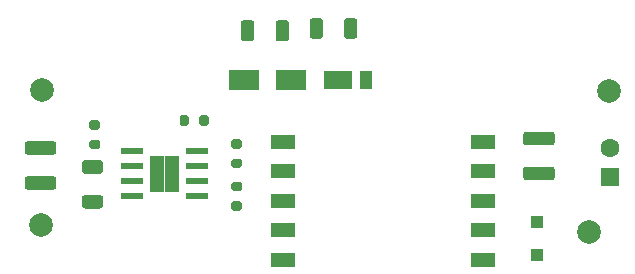
<source format=gbr>
%TF.GenerationSoftware,KiCad,Pcbnew,5.1.9+dfsg1-1*%
%TF.CreationDate,2021-02-27T20:44:50-08:00*%
%TF.ProjectId,hv-supply-test,68762d73-7570-4706-9c79-2d746573742e,rev?*%
%TF.SameCoordinates,Original*%
%TF.FileFunction,Soldermask,Top*%
%TF.FilePolarity,Negative*%
%FSLAX46Y46*%
G04 Gerber Fmt 4.6, Leading zero omitted, Abs format (unit mm)*
G04 Created by KiCad (PCBNEW 5.1.9+dfsg1-1) date 2021-02-27 20:44:50*
%MOMM*%
%LPD*%
G01*
G04 APERTURE LIST*
%ADD10C,2.000000*%
%ADD11R,2.029999X1.270000*%
%ADD12R,1.205000X1.550000*%
%ADD13R,1.910000X0.610000*%
%ADD14R,1.100000X1.100000*%
%ADD15R,1.050000X1.500000*%
%ADD16R,2.400000X1.500000*%
%ADD17R,2.500000X1.800000*%
%ADD18C,1.600000*%
%ADD19R,1.600000X1.600000*%
G04 APERTURE END LIST*
%TO.C,C2*%
G36*
G01*
X160749999Y-42300000D02*
X162050001Y-42300000D01*
G75*
G02*
X162300000Y-42549999I0J-249999D01*
G01*
X162300000Y-43200001D01*
G75*
G02*
X162050001Y-43450000I-249999J0D01*
G01*
X160749999Y-43450000D01*
G75*
G02*
X160500000Y-43200001I0J249999D01*
G01*
X160500000Y-42549999D01*
G75*
G02*
X160749999Y-42300000I249999J0D01*
G01*
G37*
G36*
G01*
X160749999Y-39350000D02*
X162050001Y-39350000D01*
G75*
G02*
X162300000Y-39599999I0J-249999D01*
G01*
X162300000Y-40250001D01*
G75*
G02*
X162050001Y-40500000I-249999J0D01*
G01*
X160749999Y-40500000D01*
G75*
G02*
X160500000Y-40250001I0J249999D01*
G01*
X160500000Y-39599999D01*
G75*
G02*
X160749999Y-39350000I249999J0D01*
G01*
G37*
%TD*%
D10*
%TO.C,TP4*%
X157100000Y-33400000D03*
%TD*%
%TO.C,TP3*%
X157000000Y-44800000D03*
%TD*%
%TO.C,R3*%
G36*
G01*
X180900000Y-27574999D02*
X180900000Y-28825001D01*
G75*
G02*
X180650001Y-29075000I-249999J0D01*
G01*
X180024999Y-29075000D01*
G75*
G02*
X179775000Y-28825001I0J249999D01*
G01*
X179775000Y-27574999D01*
G75*
G02*
X180024999Y-27325000I249999J0D01*
G01*
X180650001Y-27325000D01*
G75*
G02*
X180900000Y-27574999I0J-249999D01*
G01*
G37*
G36*
G01*
X183825000Y-27574999D02*
X183825000Y-28825001D01*
G75*
G02*
X183575001Y-29075000I-249999J0D01*
G01*
X182949999Y-29075000D01*
G75*
G02*
X182700000Y-28825001I0J249999D01*
G01*
X182700000Y-27574999D01*
G75*
G02*
X182949999Y-27325000I249999J0D01*
G01*
X183575001Y-27325000D01*
G75*
G02*
X183825000Y-27574999I0J-249999D01*
G01*
G37*
%TD*%
%TO.C,C3*%
G36*
G01*
X175100000Y-27749999D02*
X175100000Y-29050001D01*
G75*
G02*
X174850001Y-29300000I-249999J0D01*
G01*
X174199999Y-29300000D01*
G75*
G02*
X173950000Y-29050001I0J249999D01*
G01*
X173950000Y-27749999D01*
G75*
G02*
X174199999Y-27500000I249999J0D01*
G01*
X174850001Y-27500000D01*
G75*
G02*
X175100000Y-27749999I0J-249999D01*
G01*
G37*
G36*
G01*
X178050000Y-27749999D02*
X178050000Y-29050001D01*
G75*
G02*
X177800001Y-29300000I-249999J0D01*
G01*
X177149999Y-29300000D01*
G75*
G02*
X176900000Y-29050001I0J249999D01*
G01*
X176900000Y-27749999D01*
G75*
G02*
X177149999Y-27500000I249999J0D01*
G01*
X177800001Y-27500000D01*
G75*
G02*
X178050000Y-27749999I0J-249999D01*
G01*
G37*
%TD*%
%TO.C,C5*%
G36*
G01*
X200300001Y-38100000D02*
X198099999Y-38100000D01*
G75*
G02*
X197850000Y-37850001I0J249999D01*
G01*
X197850000Y-37199999D01*
G75*
G02*
X198099999Y-36950000I249999J0D01*
G01*
X200300001Y-36950000D01*
G75*
G02*
X200550000Y-37199999I0J-249999D01*
G01*
X200550000Y-37850001D01*
G75*
G02*
X200300001Y-38100000I-249999J0D01*
G01*
G37*
G36*
G01*
X200300001Y-41050000D02*
X198099999Y-41050000D01*
G75*
G02*
X197850000Y-40800001I0J249999D01*
G01*
X197850000Y-40149999D01*
G75*
G02*
X198099999Y-39900000I249999J0D01*
G01*
X200300001Y-39900000D01*
G75*
G02*
X200550000Y-40149999I0J-249999D01*
G01*
X200550000Y-40800001D01*
G75*
G02*
X200300001Y-41050000I-249999J0D01*
G01*
G37*
%TD*%
D11*
%TO.C,T1*%
X177510000Y-37800000D03*
X194490000Y-37800000D03*
X177510000Y-40300000D03*
X194490000Y-40300000D03*
X177510000Y-42800000D03*
X194490000Y-42800000D03*
X177510000Y-45300000D03*
X194490000Y-45300000D03*
X177510000Y-47800000D03*
X194490000Y-47800000D03*
%TD*%
%TO.C,R4*%
G36*
G01*
X170425000Y-36275000D02*
X170425000Y-35725000D01*
G75*
G02*
X170625000Y-35525000I200000J0D01*
G01*
X171025000Y-35525000D01*
G75*
G02*
X171225000Y-35725000I0J-200000D01*
G01*
X171225000Y-36275000D01*
G75*
G02*
X171025000Y-36475000I-200000J0D01*
G01*
X170625000Y-36475000D01*
G75*
G02*
X170425000Y-36275000I0J200000D01*
G01*
G37*
G36*
G01*
X168775000Y-36275000D02*
X168775000Y-35725000D01*
G75*
G02*
X168975000Y-35525000I200000J0D01*
G01*
X169375000Y-35525000D01*
G75*
G02*
X169575000Y-35725000I0J-200000D01*
G01*
X169575000Y-36275000D01*
G75*
G02*
X169375000Y-36475000I-200000J0D01*
G01*
X168975000Y-36475000D01*
G75*
G02*
X168775000Y-36275000I0J200000D01*
G01*
G37*
%TD*%
D12*
%TO.C,U2*%
X166897500Y-39725000D03*
X166897500Y-41275000D03*
X168102500Y-39725000D03*
X168102500Y-41275000D03*
D13*
X170280000Y-38595000D03*
X170280000Y-39865000D03*
X170280000Y-41135000D03*
X170280000Y-42405000D03*
X164720000Y-42405000D03*
X164720000Y-41135000D03*
X164720000Y-39865000D03*
X164720000Y-38595000D03*
%TD*%
D10*
%TO.C,TP2*%
X205100000Y-33500000D03*
%TD*%
%TO.C,TP1*%
X203400000Y-45400000D03*
%TD*%
%TO.C,R5*%
G36*
G01*
X173875000Y-41975000D02*
X173325000Y-41975000D01*
G75*
G02*
X173125000Y-41775000I0J200000D01*
G01*
X173125000Y-41375000D01*
G75*
G02*
X173325000Y-41175000I200000J0D01*
G01*
X173875000Y-41175000D01*
G75*
G02*
X174075000Y-41375000I0J-200000D01*
G01*
X174075000Y-41775000D01*
G75*
G02*
X173875000Y-41975000I-200000J0D01*
G01*
G37*
G36*
G01*
X173875000Y-43625000D02*
X173325000Y-43625000D01*
G75*
G02*
X173125000Y-43425000I0J200000D01*
G01*
X173125000Y-43025000D01*
G75*
G02*
X173325000Y-42825000I200000J0D01*
G01*
X173875000Y-42825000D01*
G75*
G02*
X174075000Y-43025000I0J-200000D01*
G01*
X174075000Y-43425000D01*
G75*
G02*
X173875000Y-43625000I-200000J0D01*
G01*
G37*
%TD*%
%TO.C,R2*%
G36*
G01*
X173325000Y-39225000D02*
X173875000Y-39225000D01*
G75*
G02*
X174075000Y-39425000I0J-200000D01*
G01*
X174075000Y-39825000D01*
G75*
G02*
X173875000Y-40025000I-200000J0D01*
G01*
X173325000Y-40025000D01*
G75*
G02*
X173125000Y-39825000I0J200000D01*
G01*
X173125000Y-39425000D01*
G75*
G02*
X173325000Y-39225000I200000J0D01*
G01*
G37*
G36*
G01*
X173325000Y-37575000D02*
X173875000Y-37575000D01*
G75*
G02*
X174075000Y-37775000I0J-200000D01*
G01*
X174075000Y-38175000D01*
G75*
G02*
X173875000Y-38375000I-200000J0D01*
G01*
X173325000Y-38375000D01*
G75*
G02*
X173125000Y-38175000I0J200000D01*
G01*
X173125000Y-37775000D01*
G75*
G02*
X173325000Y-37575000I200000J0D01*
G01*
G37*
%TD*%
%TO.C,R1*%
G36*
G01*
X161875000Y-36775000D02*
X161325000Y-36775000D01*
G75*
G02*
X161125000Y-36575000I0J200000D01*
G01*
X161125000Y-36175000D01*
G75*
G02*
X161325000Y-35975000I200000J0D01*
G01*
X161875000Y-35975000D01*
G75*
G02*
X162075000Y-36175000I0J-200000D01*
G01*
X162075000Y-36575000D01*
G75*
G02*
X161875000Y-36775000I-200000J0D01*
G01*
G37*
G36*
G01*
X161875000Y-38425000D02*
X161325000Y-38425000D01*
G75*
G02*
X161125000Y-38225000I0J200000D01*
G01*
X161125000Y-37825000D01*
G75*
G02*
X161325000Y-37625000I200000J0D01*
G01*
X161875000Y-37625000D01*
G75*
G02*
X162075000Y-37825000I0J-200000D01*
G01*
X162075000Y-38225000D01*
G75*
G02*
X161875000Y-38425000I-200000J0D01*
G01*
G37*
%TD*%
D14*
%TO.C,D3*%
X199000000Y-47400000D03*
X199000000Y-44600000D03*
%TD*%
D15*
%TO.C,D2*%
X184525000Y-32600000D03*
D16*
X182150000Y-32600000D03*
%TD*%
D17*
%TO.C,D1*%
X174200000Y-32600000D03*
X178200000Y-32600000D03*
%TD*%
D18*
%TO.C,C4*%
X205200000Y-38300000D03*
D19*
X205200000Y-40800000D03*
%TD*%
%TO.C,C1*%
G36*
G01*
X155899999Y-40700000D02*
X158100001Y-40700000D01*
G75*
G02*
X158350000Y-40949999I0J-249999D01*
G01*
X158350000Y-41600001D01*
G75*
G02*
X158100001Y-41850000I-249999J0D01*
G01*
X155899999Y-41850000D01*
G75*
G02*
X155650000Y-41600001I0J249999D01*
G01*
X155650000Y-40949999D01*
G75*
G02*
X155899999Y-40700000I249999J0D01*
G01*
G37*
G36*
G01*
X155899999Y-37750000D02*
X158100001Y-37750000D01*
G75*
G02*
X158350000Y-37999999I0J-249999D01*
G01*
X158350000Y-38650001D01*
G75*
G02*
X158100001Y-38900000I-249999J0D01*
G01*
X155899999Y-38900000D01*
G75*
G02*
X155650000Y-38650001I0J249999D01*
G01*
X155650000Y-37999999D01*
G75*
G02*
X155899999Y-37750000I249999J0D01*
G01*
G37*
%TD*%
M02*

</source>
